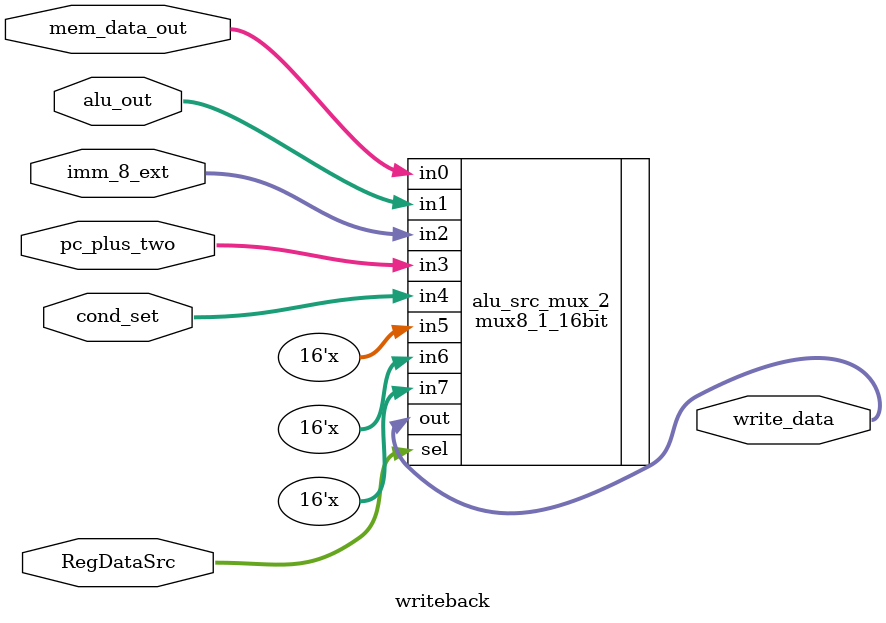
<source format=v>
module writeback(write_data, RegDataSrc, mem_data_out, alu_out, imm_8_ext, pc_plus_two, cond_set);

  input [2:0] RegDataSrc;
  input [15:0] mem_data_out;
  input [15:0] alu_out;
  input [15:0] imm_8_ext;
  input [15:0] pc_plus_two;
  input [15:0] cond_set;
  output [15:0] write_data;
  

  mux8_1_16bit alu_src_mux_2(
          // Outputs
          .out(write_data),
          // Inputs
          .sel(RegDataSrc),
          .in0(mem_data_out),
          .in1(alu_out),
          .in2(imm_8_ext),
          .in3(pc_plus_two),
          .in4(cond_set),
          .in5(16'bxxxx_xxxx_xxxx_xxxx),
          .in6(16'bxxxx_xxxx_xxxx_xxxx),
          .in7(16'bxxxx_xxxx_xxxx_xxxx)
        );



endmodule


</source>
